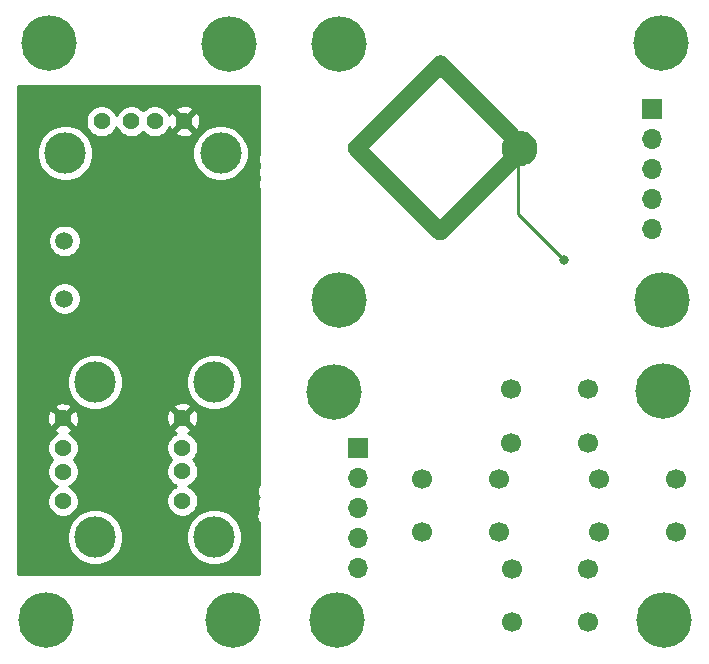
<source format=gbl>
%TF.GenerationSoftware,KiCad,Pcbnew,(5.1.9)-1*%
%TF.CreationDate,2021-07-20T01:30:18-07:00*%
%TF.ProjectId,retrocution-usb-hub,72657472-6f63-4757-9469-6f6e2d757362,rev?*%
%TF.SameCoordinates,Original*%
%TF.FileFunction,Copper,L2,Bot*%
%TF.FilePolarity,Positive*%
%FSLAX46Y46*%
G04 Gerber Fmt 4.6, Leading zero omitted, Abs format (unit mm)*
G04 Created by KiCad (PCBNEW (5.1.9)-1) date 2021-07-20 01:30:18*
%MOMM*%
%LPD*%
G01*
G04 APERTURE LIST*
%TA.AperFunction,ComponentPad*%
%ADD10C,3.100000*%
%TD*%
%TA.AperFunction,ConnectorPad*%
%ADD11C,4.700000*%
%TD*%
%TA.AperFunction,SMDPad,CuDef*%
%ADD12C,0.100000*%
%TD*%
%TA.AperFunction,ComponentPad*%
%ADD13C,0.410000*%
%TD*%
%TA.AperFunction,ComponentPad*%
%ADD14C,1.700000*%
%TD*%
%TA.AperFunction,ComponentPad*%
%ADD15O,1.700000X1.700000*%
%TD*%
%TA.AperFunction,ComponentPad*%
%ADD16R,1.700000X1.700000*%
%TD*%
%TA.AperFunction,ComponentPad*%
%ADD17C,1.500000*%
%TD*%
%TA.AperFunction,ComponentPad*%
%ADD18C,1.431000*%
%TD*%
%TA.AperFunction,ComponentPad*%
%ADD19C,3.495000*%
%TD*%
%TA.AperFunction,ViaPad*%
%ADD20C,0.800000*%
%TD*%
%TA.AperFunction,Conductor*%
%ADD21C,0.250000*%
%TD*%
%TA.AperFunction,Conductor*%
%ADD22C,0.254000*%
%TD*%
%TA.AperFunction,Conductor*%
%ADD23C,0.100000*%
%TD*%
G04 APERTURE END LIST*
D10*
%TO.P,REF\u002A\u002A,1*%
%TO.N,N/C*%
X131500880Y-79298800D03*
D11*
X131500880Y-79298800D03*
%TD*%
D10*
%TO.P,REF\u002A\u002A,1*%
%TO.N,N/C*%
X146776440Y-79324200D03*
D11*
X146776440Y-79324200D03*
%TD*%
D10*
%TO.P,REF\u002A\u002A,1*%
%TO.N,N/C*%
X156052520Y-79354680D03*
D11*
X156052520Y-79354680D03*
%TD*%
D10*
%TO.P,REF\u002A\u002A,1*%
%TO.N,N/C*%
X183388000Y-100980240D03*
D11*
X183388000Y-100980240D03*
%TD*%
D10*
%TO.P,REF\u002A\u002A,1*%
%TO.N,N/C*%
X183311800Y-79298800D03*
D11*
X183311800Y-79298800D03*
%TD*%
D10*
%TO.P,REF\u002A\u002A,1*%
%TO.N,N/C*%
X156072840Y-100980240D03*
D11*
X156072840Y-100980240D03*
%TD*%
%TO.P,REF\u002A\u002A,1*%
%TO.N,N/C*%
X155864560Y-128107440D03*
D10*
X155864560Y-128107440D03*
%TD*%
%TO.P,REF\u002A\u002A,1*%
%TO.N,N/C*%
X155666440Y-108818680D03*
D11*
X155666440Y-108818680D03*
%TD*%
D10*
%TO.P,REF\u002A\u002A,1*%
%TO.N,N/C*%
X183499760Y-108747560D03*
D11*
X183499760Y-108747560D03*
%TD*%
%TO.P,REF\u002A\u002A,1*%
%TO.N,N/C*%
X183591200Y-128102360D03*
D10*
X183591200Y-128102360D03*
%TD*%
%TO.P,REF\u002A\u002A,1*%
%TO.N,N/C*%
X147101560Y-128148080D03*
D11*
X147101560Y-128148080D03*
%TD*%
%TO.P,REF\u002A\u002A,1*%
%TO.N,N/C*%
X131226560Y-128127760D03*
D10*
X131226560Y-128127760D03*
%TD*%
%TA.AperFunction,SMDPad,CuDef*%
D12*
%TO.P,U1,*%
%TO.N,Net-(J4-Pad5)*%
G36*
X164642949Y-80301541D02*
G01*
X164645574Y-80301440D01*
X164679610Y-80303463D01*
X164713512Y-80305240D01*
X164716100Y-80305631D01*
X164718719Y-80305787D01*
X164752255Y-80311099D01*
X164785963Y-80316196D01*
X164788516Y-80316842D01*
X164791092Y-80317250D01*
X164823956Y-80325810D01*
X164856999Y-80334171D01*
X164859462Y-80335058D01*
X164862001Y-80335719D01*
X164893961Y-80347478D01*
X164925942Y-80358992D01*
X164928308Y-80360116D01*
X164930769Y-80361021D01*
X164961377Y-80375818D01*
X164992133Y-80390422D01*
X164994383Y-80391774D01*
X164996739Y-80392913D01*
X165025759Y-80410627D01*
X165054941Y-80428162D01*
X165057045Y-80429724D01*
X165059282Y-80431090D01*
X165086419Y-80451539D01*
X165113768Y-80471850D01*
X165115714Y-80473615D01*
X165117802Y-80475188D01*
X165142841Y-80498212D01*
X165168050Y-80521070D01*
X171337587Y-86690607D01*
X171416922Y-86690607D01*
X171563416Y-86705035D01*
X171707790Y-86733753D01*
X171848655Y-86776484D01*
X171984653Y-86832816D01*
X172114474Y-86902207D01*
X172236869Y-86983989D01*
X172350658Y-87077373D01*
X172454747Y-87181462D01*
X172548131Y-87295251D01*
X172629913Y-87417646D01*
X172699304Y-87547467D01*
X172755636Y-87683465D01*
X172798367Y-87824330D01*
X172827085Y-87968704D01*
X172841513Y-88115198D01*
X172841513Y-88262402D01*
X172827085Y-88408896D01*
X172798367Y-88553270D01*
X172755636Y-88694135D01*
X172699304Y-88830133D01*
X172629913Y-88959954D01*
X172548131Y-89082349D01*
X172454747Y-89196138D01*
X172350658Y-89300227D01*
X172236869Y-89393611D01*
X172114474Y-89475393D01*
X171984653Y-89544784D01*
X171848655Y-89601116D01*
X171707790Y-89643847D01*
X171563416Y-89672565D01*
X171416922Y-89686993D01*
X171269718Y-89686993D01*
X171239011Y-89683969D01*
X165168050Y-95754930D01*
X165164595Y-95758338D01*
X165164335Y-95758620D01*
X165164049Y-95758875D01*
X165160594Y-95762283D01*
X165135024Y-95784827D01*
X165109710Y-95807459D01*
X165107606Y-95808999D01*
X165105630Y-95810741D01*
X165077939Y-95830712D01*
X165050581Y-95850735D01*
X165048329Y-95852067D01*
X165046199Y-95853603D01*
X165016806Y-95870710D01*
X164987510Y-95888036D01*
X164985129Y-95889146D01*
X164982870Y-95890461D01*
X164951959Y-95904614D01*
X164921100Y-95919003D01*
X164918631Y-95919872D01*
X164916247Y-95920964D01*
X164884067Y-95932044D01*
X164851986Y-95943342D01*
X164849441Y-95943967D01*
X164846964Y-95944820D01*
X164813948Y-95952685D01*
X164780827Y-95960821D01*
X164778222Y-95961196D01*
X164775684Y-95961801D01*
X164742098Y-95966402D01*
X164708301Y-95971272D01*
X164705676Y-95971391D01*
X164703086Y-95971746D01*
X164669097Y-95973052D01*
X164635102Y-95974596D01*
X164632491Y-95974459D01*
X164629866Y-95974560D01*
X164595830Y-95972537D01*
X164561928Y-95970760D01*
X164559340Y-95970369D01*
X164556721Y-95970213D01*
X164523185Y-95964901D01*
X164489477Y-95959804D01*
X164486924Y-95959158D01*
X164484348Y-95958750D01*
X164451546Y-95950206D01*
X164418441Y-95941829D01*
X164415969Y-95940939D01*
X164413439Y-95940280D01*
X164381568Y-95928554D01*
X164349498Y-95917008D01*
X164347128Y-95915883D01*
X164344672Y-95914979D01*
X164314093Y-95900196D01*
X164283307Y-95885578D01*
X164281056Y-95884226D01*
X164278701Y-95883087D01*
X164249681Y-95865373D01*
X164220499Y-95847838D01*
X164218395Y-95846276D01*
X164216158Y-95844910D01*
X164189021Y-95824461D01*
X164161672Y-95804150D01*
X164159726Y-95802385D01*
X164157638Y-95800812D01*
X164132599Y-95777788D01*
X164107390Y-95754930D01*
X157020790Y-88668330D01*
X157017382Y-88664875D01*
X157017100Y-88664615D01*
X157016845Y-88664329D01*
X157013437Y-88660874D01*
X156990893Y-88635304D01*
X156968261Y-88609990D01*
X156966721Y-88607886D01*
X156964979Y-88605910D01*
X156945008Y-88578219D01*
X156924985Y-88550861D01*
X156923653Y-88548609D01*
X156922117Y-88546479D01*
X156905010Y-88517086D01*
X156887684Y-88487790D01*
X156886574Y-88485409D01*
X156885259Y-88483150D01*
X156871106Y-88452239D01*
X156856717Y-88421380D01*
X156855848Y-88418911D01*
X156854756Y-88416527D01*
X156843676Y-88384347D01*
X156832378Y-88352266D01*
X156831753Y-88349721D01*
X156830900Y-88347244D01*
X156823013Y-88314138D01*
X156814900Y-88281106D01*
X156814526Y-88278514D01*
X156813919Y-88275964D01*
X156809308Y-88242303D01*
X156804448Y-88208581D01*
X156804329Y-88205956D01*
X156803974Y-88203366D01*
X156802668Y-88169377D01*
X156801243Y-88138000D01*
X158611780Y-88138000D01*
X164637720Y-94163940D01*
X169982706Y-88818954D01*
X169931004Y-88694135D01*
X169888273Y-88553270D01*
X169859555Y-88408896D01*
X169845127Y-88262402D01*
X169845127Y-88115198D01*
X169859555Y-87968704D01*
X169888273Y-87824330D01*
X169931004Y-87683465D01*
X169987336Y-87547467D01*
X170017219Y-87491559D01*
X164637720Y-82112060D01*
X158611780Y-88138000D01*
X156801243Y-88138000D01*
X156801124Y-88135382D01*
X156801261Y-88132771D01*
X156801160Y-88130146D01*
X156803183Y-88096110D01*
X156804960Y-88062208D01*
X156805351Y-88059620D01*
X156805507Y-88057001D01*
X156810819Y-88023465D01*
X156815916Y-87989757D01*
X156816562Y-87987204D01*
X156816970Y-87984628D01*
X156825514Y-87951826D01*
X156833891Y-87918721D01*
X156834781Y-87916249D01*
X156835440Y-87913719D01*
X156847166Y-87881848D01*
X156858712Y-87849778D01*
X156859837Y-87847408D01*
X156860741Y-87844952D01*
X156875524Y-87814373D01*
X156890142Y-87783587D01*
X156891494Y-87781336D01*
X156892633Y-87778981D01*
X156910347Y-87749961D01*
X156927882Y-87720779D01*
X156929444Y-87718675D01*
X156930810Y-87716438D01*
X156951259Y-87689301D01*
X156971570Y-87661952D01*
X156973335Y-87660006D01*
X156974908Y-87657918D01*
X156997932Y-87632879D01*
X157020790Y-87607670D01*
X164107390Y-80521070D01*
X164110845Y-80517662D01*
X164111105Y-80517380D01*
X164111391Y-80517125D01*
X164114846Y-80513717D01*
X164140384Y-80491203D01*
X164165730Y-80468541D01*
X164167840Y-80466997D01*
X164169811Y-80465259D01*
X164197465Y-80445314D01*
X164224859Y-80425265D01*
X164227111Y-80423933D01*
X164229241Y-80422397D01*
X164258634Y-80405290D01*
X164287930Y-80387964D01*
X164290311Y-80386854D01*
X164292570Y-80385539D01*
X164323511Y-80371373D01*
X164354340Y-80356997D01*
X164356804Y-80356129D01*
X164359194Y-80355035D01*
X164391397Y-80343947D01*
X164423454Y-80332658D01*
X164426002Y-80332032D01*
X164428477Y-80331180D01*
X164461549Y-80323301D01*
X164494614Y-80315180D01*
X164497209Y-80314806D01*
X164499757Y-80314199D01*
X164533407Y-80309589D01*
X164567139Y-80304728D01*
X164569764Y-80304609D01*
X164572354Y-80304254D01*
X164606343Y-80302948D01*
X164640338Y-80301404D01*
X164642949Y-80301541D01*
G37*
%TD.AperFunction*%
D13*
X171749720Y-88163400D03*
X164637720Y-95351600D03*
X157525720Y-88138000D03*
X164637720Y-81051400D03*
%TD*%
D14*
%TO.P,SW4,4*%
%TO.N,Net-(SW4-Pad4)*%
X177172760Y-128274200D03*
%TO.P,SW4,3*%
%TO.N,Net-(J5-Pad3)*%
X170672760Y-128274200D03*
%TO.P,SW4,2*%
%TO.N,Net-(J5-Pad5)*%
X177172760Y-123774200D03*
%TO.P,SW4,1*%
%TO.N,Net-(SW4-Pad1)*%
X170672760Y-123774200D03*
%TD*%
%TO.P,SW3,1*%
%TO.N,Net-(SW3-Pad1)*%
X178104800Y-116199920D03*
%TO.P,SW3,2*%
%TO.N,Net-(J5-Pad5)*%
X184604800Y-116199920D03*
%TO.P,SW3,3*%
%TO.N,Net-(J5-Pad4)*%
X178104800Y-120699920D03*
%TO.P,SW3,4*%
%TO.N,Net-(SW3-Pad4)*%
X184604800Y-120699920D03*
%TD*%
%TO.P,SW2,4*%
%TO.N,Net-(SW2-Pad4)*%
X177121960Y-113095160D03*
%TO.P,SW2,3*%
%TO.N,Net-(J5-Pad1)*%
X170621960Y-113095160D03*
%TO.P,SW2,2*%
%TO.N,Net-(J5-Pad5)*%
X177121960Y-108595160D03*
%TO.P,SW2,1*%
%TO.N,Net-(SW2-Pad1)*%
X170621960Y-108595160D03*
%TD*%
%TO.P,SW1,1*%
%TO.N,Net-(SW1-Pad1)*%
X169585640Y-120685560D03*
%TO.P,SW1,2*%
%TO.N,Net-(J5-Pad5)*%
X163085640Y-120685560D03*
%TO.P,SW1,3*%
%TO.N,Net-(J5-Pad2)*%
X169585640Y-116185560D03*
%TO.P,SW1,4*%
%TO.N,Net-(SW1-Pad4)*%
X163085640Y-116185560D03*
%TD*%
D15*
%TO.P,J5,5*%
%TO.N,Net-(J5-Pad5)*%
X157652720Y-123667520D03*
%TO.P,J5,4*%
%TO.N,Net-(J5-Pad4)*%
X157652720Y-121127520D03*
%TO.P,J5,3*%
%TO.N,Net-(J5-Pad3)*%
X157652720Y-118587520D03*
%TO.P,J5,2*%
%TO.N,Net-(J5-Pad2)*%
X157652720Y-116047520D03*
D16*
%TO.P,J5,1*%
%TO.N,Net-(J5-Pad1)*%
X157652720Y-113507520D03*
%TD*%
D15*
%TO.P,J4,5*%
%TO.N,Net-(J4-Pad5)*%
X182595520Y-95031560D03*
%TO.P,J4,4*%
%TO.N,Net-(J4-Pad4)*%
X182595520Y-92491560D03*
%TO.P,J4,3*%
%TO.N,Net-(J4-Pad3)*%
X182595520Y-89951560D03*
%TO.P,J4,2*%
%TO.N,Net-(J4-Pad2)*%
X182595520Y-87411560D03*
D16*
%TO.P,J4,1*%
%TO.N,Net-(J4-Pad1)*%
X182595520Y-84871560D03*
%TD*%
D17*
%TO.P,Y1,2*%
%TO.N,Net-(IC1-Pad2)*%
X132816600Y-100892000D03*
%TO.P,Y1,1*%
%TO.N,Net-(IC1-Pad3)*%
X132816600Y-96012000D03*
%TD*%
D18*
%TO.P,J3,1*%
%TO.N,GND*%
X135957720Y-85880120D03*
%TO.P,J3,2*%
%TO.N,Net-(IC1-Pad16)*%
X138457720Y-85880120D03*
%TO.P,J3,3*%
%TO.N,Net-(IC1-Pad15)*%
X140457720Y-85880120D03*
%TO.P,J3,4*%
%TO.N,+5V*%
X142957720Y-85880120D03*
D19*
%TO.P,J3,MH1*%
%TO.N,Net-(J3-PadMH1)*%
X132887720Y-88590120D03*
%TO.P,J3,MH2*%
%TO.N,Net-(J3-PadMH2)*%
X146027720Y-88590120D03*
%TD*%
D18*
%TO.P,J2,1*%
%TO.N,GND*%
X142788640Y-118022760D03*
%TO.P,J2,2*%
%TO.N,Net-(IC1-Pad9)*%
X142788640Y-115522760D03*
%TO.P,J2,3*%
%TO.N,Net-(IC1-Pad8)*%
X142788640Y-113522760D03*
%TO.P,J2,4*%
%TO.N,+5V*%
X142788640Y-111022760D03*
D19*
%TO.P,J2,MH1*%
%TO.N,Net-(J2-PadMH1)*%
X145498640Y-121092760D03*
%TO.P,J2,MH2*%
%TO.N,Net-(J2-PadMH2)*%
X145498640Y-107952760D03*
%TD*%
D18*
%TO.P,J1,1*%
%TO.N,GND*%
X132689600Y-118043960D03*
%TO.P,J1,2*%
%TO.N,Net-(IC1-Pad5)*%
X132689600Y-115543960D03*
%TO.P,J1,3*%
%TO.N,Net-(IC1-Pad4)*%
X132689600Y-113543960D03*
%TO.P,J1,4*%
%TO.N,+5V*%
X132689600Y-111043960D03*
D19*
%TO.P,J1,MH1*%
%TO.N,Net-(J1-PadMH1)*%
X135399600Y-121113960D03*
%TO.P,J1,MH2*%
%TO.N,Net-(J1-PadMH2)*%
X135399600Y-107973960D03*
%TD*%
D20*
%TO.N,Net-(J4-Pad5)*%
X175148240Y-97627440D03*
%TD*%
D21*
%TO.N,Net-(J4-Pad5)*%
X171219719Y-93698919D02*
X171219719Y-88188800D01*
X175148240Y-97627440D02*
X171219719Y-93698919D01*
%TD*%
D22*
%TO.N,+5V*%
X149326600Y-88620210D02*
X149294163Y-88668755D01*
X149227450Y-88829815D01*
X149193440Y-89000795D01*
X149193440Y-89175125D01*
X149227450Y-89346105D01*
X149294163Y-89507165D01*
X149326600Y-89555710D01*
X149326600Y-89687010D01*
X149294163Y-89735555D01*
X149227450Y-89896615D01*
X149193440Y-90067595D01*
X149193440Y-90241925D01*
X149227450Y-90412905D01*
X149294163Y-90573965D01*
X149326600Y-90622510D01*
X149326600Y-90690396D01*
X149268763Y-90776955D01*
X149202050Y-90938015D01*
X149168040Y-91108995D01*
X149168040Y-91283325D01*
X149202050Y-91454305D01*
X149268763Y-91615365D01*
X149326600Y-91701924D01*
X149326600Y-116553621D01*
X149274176Y-116606045D01*
X149177323Y-116750995D01*
X149110610Y-116912055D01*
X149076600Y-117083035D01*
X149076600Y-117257365D01*
X149110610Y-117428345D01*
X149177323Y-117589405D01*
X149253626Y-117703600D01*
X149177323Y-117817795D01*
X149110610Y-117978855D01*
X149076600Y-118149835D01*
X149076600Y-118324165D01*
X149110610Y-118495145D01*
X149177323Y-118656205D01*
X149232440Y-118738693D01*
X149151923Y-118859195D01*
X149085210Y-119020255D01*
X149051200Y-119191235D01*
X149051200Y-119365565D01*
X149085210Y-119536545D01*
X149151923Y-119697605D01*
X149248776Y-119842555D01*
X149326600Y-119920379D01*
X149326600Y-124256800D01*
X128915160Y-124256800D01*
X128915160Y-120879304D01*
X133017100Y-120879304D01*
X133017100Y-121348616D01*
X133108658Y-121808910D01*
X133288256Y-122242497D01*
X133548991Y-122632715D01*
X133880845Y-122964569D01*
X134271063Y-123225304D01*
X134704650Y-123404902D01*
X135164944Y-123496460D01*
X135634256Y-123496460D01*
X136094550Y-123404902D01*
X136528137Y-123225304D01*
X136918355Y-122964569D01*
X137250209Y-122632715D01*
X137510944Y-122242497D01*
X137690542Y-121808910D01*
X137782100Y-121348616D01*
X137782100Y-120879304D01*
X137777884Y-120858104D01*
X143116140Y-120858104D01*
X143116140Y-121327416D01*
X143207698Y-121787710D01*
X143387296Y-122221297D01*
X143648031Y-122611515D01*
X143979885Y-122943369D01*
X144370103Y-123204104D01*
X144803690Y-123383702D01*
X145263984Y-123475260D01*
X145733296Y-123475260D01*
X146193590Y-123383702D01*
X146627177Y-123204104D01*
X147017395Y-122943369D01*
X147349249Y-122611515D01*
X147609984Y-122221297D01*
X147789582Y-121787710D01*
X147881140Y-121327416D01*
X147881140Y-120858104D01*
X147789582Y-120397810D01*
X147609984Y-119964223D01*
X147349249Y-119574005D01*
X147017395Y-119242151D01*
X146627177Y-118981416D01*
X146193590Y-118801818D01*
X145733296Y-118710260D01*
X145263984Y-118710260D01*
X144803690Y-118801818D01*
X144370103Y-118981416D01*
X143979885Y-119242151D01*
X143648031Y-119574005D01*
X143387296Y-119964223D01*
X143207698Y-120397810D01*
X143116140Y-120858104D01*
X137777884Y-120858104D01*
X137690542Y-120419010D01*
X137510944Y-119985423D01*
X137250209Y-119595205D01*
X136918355Y-119263351D01*
X136528137Y-119002616D01*
X136094550Y-118823018D01*
X135634256Y-118731460D01*
X135164944Y-118731460D01*
X134704650Y-118823018D01*
X134271063Y-119002616D01*
X133880845Y-119263351D01*
X133548991Y-119595205D01*
X133288256Y-119985423D01*
X133108658Y-120419010D01*
X133017100Y-120879304D01*
X128915160Y-120879304D01*
X128915160Y-113410947D01*
X131339100Y-113410947D01*
X131339100Y-113676973D01*
X131390999Y-113937886D01*
X131492803Y-114183661D01*
X131640599Y-114404853D01*
X131779706Y-114543960D01*
X131640599Y-114683067D01*
X131492803Y-114904259D01*
X131390999Y-115150034D01*
X131339100Y-115410947D01*
X131339100Y-115676973D01*
X131390999Y-115937886D01*
X131492803Y-116183661D01*
X131640599Y-116404853D01*
X131828707Y-116592961D01*
X132049899Y-116740757D01*
X132178342Y-116793960D01*
X132049899Y-116847163D01*
X131828707Y-116994959D01*
X131640599Y-117183067D01*
X131492803Y-117404259D01*
X131390999Y-117650034D01*
X131339100Y-117910947D01*
X131339100Y-118176973D01*
X131390999Y-118437886D01*
X131492803Y-118683661D01*
X131640599Y-118904853D01*
X131828707Y-119092961D01*
X132049899Y-119240757D01*
X132295674Y-119342561D01*
X132556587Y-119394460D01*
X132822613Y-119394460D01*
X133083526Y-119342561D01*
X133329301Y-119240757D01*
X133550493Y-119092961D01*
X133738601Y-118904853D01*
X133886397Y-118683661D01*
X133988201Y-118437886D01*
X134040100Y-118176973D01*
X134040100Y-117910947D01*
X133988201Y-117650034D01*
X133886397Y-117404259D01*
X133738601Y-117183067D01*
X133550493Y-116994959D01*
X133329301Y-116847163D01*
X133200858Y-116793960D01*
X133329301Y-116740757D01*
X133550493Y-116592961D01*
X133738601Y-116404853D01*
X133886397Y-116183661D01*
X133988201Y-115937886D01*
X134040100Y-115676973D01*
X134040100Y-115410947D01*
X133988201Y-115150034D01*
X133886397Y-114904259D01*
X133738601Y-114683067D01*
X133599494Y-114543960D01*
X133738601Y-114404853D01*
X133886397Y-114183661D01*
X133988201Y-113937886D01*
X134040100Y-113676973D01*
X134040100Y-113410947D01*
X134035884Y-113389747D01*
X141438140Y-113389747D01*
X141438140Y-113655773D01*
X141490039Y-113916686D01*
X141591843Y-114162461D01*
X141739639Y-114383653D01*
X141878746Y-114522760D01*
X141739639Y-114661867D01*
X141591843Y-114883059D01*
X141490039Y-115128834D01*
X141438140Y-115389747D01*
X141438140Y-115655773D01*
X141490039Y-115916686D01*
X141591843Y-116162461D01*
X141739639Y-116383653D01*
X141927747Y-116571761D01*
X142148939Y-116719557D01*
X142277382Y-116772760D01*
X142148939Y-116825963D01*
X141927747Y-116973759D01*
X141739639Y-117161867D01*
X141591843Y-117383059D01*
X141490039Y-117628834D01*
X141438140Y-117889747D01*
X141438140Y-118155773D01*
X141490039Y-118416686D01*
X141591843Y-118662461D01*
X141739639Y-118883653D01*
X141927747Y-119071761D01*
X142148939Y-119219557D01*
X142394714Y-119321361D01*
X142655627Y-119373260D01*
X142921653Y-119373260D01*
X143182566Y-119321361D01*
X143428341Y-119219557D01*
X143649533Y-119071761D01*
X143837641Y-118883653D01*
X143985437Y-118662461D01*
X144087241Y-118416686D01*
X144139140Y-118155773D01*
X144139140Y-117889747D01*
X144087241Y-117628834D01*
X143985437Y-117383059D01*
X143837641Y-117161867D01*
X143649533Y-116973759D01*
X143428341Y-116825963D01*
X143299898Y-116772760D01*
X143428341Y-116719557D01*
X143649533Y-116571761D01*
X143837641Y-116383653D01*
X143985437Y-116162461D01*
X144087241Y-115916686D01*
X144139140Y-115655773D01*
X144139140Y-115389747D01*
X144087241Y-115128834D01*
X143985437Y-114883059D01*
X143837641Y-114661867D01*
X143698534Y-114522760D01*
X143837641Y-114383653D01*
X143985437Y-114162461D01*
X144087241Y-113916686D01*
X144139140Y-113655773D01*
X144139140Y-113389747D01*
X144087241Y-113128834D01*
X143985437Y-112883059D01*
X143837641Y-112661867D01*
X143649533Y-112473759D01*
X143428341Y-112325963D01*
X143301303Y-112273342D01*
X143375422Y-112246372D01*
X143480038Y-112190454D01*
X143541380Y-111955105D01*
X142788640Y-111202365D01*
X142035900Y-111955105D01*
X142097242Y-112190454D01*
X142275435Y-112273566D01*
X142148939Y-112325963D01*
X141927747Y-112473759D01*
X141739639Y-112661867D01*
X141591843Y-112883059D01*
X141490039Y-113128834D01*
X141438140Y-113389747D01*
X134035884Y-113389747D01*
X133988201Y-113150034D01*
X133886397Y-112904259D01*
X133738601Y-112683067D01*
X133550493Y-112494959D01*
X133329301Y-112347163D01*
X133202263Y-112294542D01*
X133276382Y-112267572D01*
X133380998Y-112211654D01*
X133442340Y-111976305D01*
X132689600Y-111223565D01*
X131936860Y-111976305D01*
X131998202Y-112211654D01*
X132176395Y-112294766D01*
X132049899Y-112347163D01*
X131828707Y-112494959D01*
X131640599Y-112683067D01*
X131492803Y-112904259D01*
X131390999Y-113150034D01*
X131339100Y-113410947D01*
X128915160Y-113410947D01*
X128915160Y-111117819D01*
X131334578Y-111117819D01*
X131375023Y-111380752D01*
X131465988Y-111630742D01*
X131521906Y-111735358D01*
X131757255Y-111796700D01*
X132509995Y-111043960D01*
X132869205Y-111043960D01*
X133621945Y-111796700D01*
X133857294Y-111735358D01*
X133969743Y-111494268D01*
X134032995Y-111235872D01*
X134039087Y-111096619D01*
X141433618Y-111096619D01*
X141474063Y-111359552D01*
X141565028Y-111609542D01*
X141620946Y-111714158D01*
X141856295Y-111775500D01*
X142609035Y-111022760D01*
X142968245Y-111022760D01*
X143720985Y-111775500D01*
X143956334Y-111714158D01*
X144068783Y-111473068D01*
X144132035Y-111214672D01*
X144143662Y-110948901D01*
X144103217Y-110685968D01*
X144012252Y-110435978D01*
X143956334Y-110331362D01*
X143720985Y-110270020D01*
X142968245Y-111022760D01*
X142609035Y-111022760D01*
X141856295Y-110270020D01*
X141620946Y-110331362D01*
X141508497Y-110572452D01*
X141445245Y-110830848D01*
X141433618Y-111096619D01*
X134039087Y-111096619D01*
X134044622Y-110970101D01*
X134004177Y-110707168D01*
X133913212Y-110457178D01*
X133857294Y-110352562D01*
X133621945Y-110291220D01*
X132869205Y-111043960D01*
X132509995Y-111043960D01*
X131757255Y-110291220D01*
X131521906Y-110352562D01*
X131409457Y-110593652D01*
X131346205Y-110852048D01*
X131334578Y-111117819D01*
X128915160Y-111117819D01*
X128915160Y-110111615D01*
X131936860Y-110111615D01*
X132689600Y-110864355D01*
X133442340Y-110111615D01*
X133380998Y-109876266D01*
X133139908Y-109763817D01*
X132881512Y-109700565D01*
X132615741Y-109688938D01*
X132352808Y-109729383D01*
X132102818Y-109820348D01*
X131998202Y-109876266D01*
X131936860Y-110111615D01*
X128915160Y-110111615D01*
X128915160Y-107739304D01*
X133017100Y-107739304D01*
X133017100Y-108208616D01*
X133108658Y-108668910D01*
X133288256Y-109102497D01*
X133548991Y-109492715D01*
X133880845Y-109824569D01*
X134271063Y-110085304D01*
X134704650Y-110264902D01*
X135164944Y-110356460D01*
X135634256Y-110356460D01*
X136094550Y-110264902D01*
X136515797Y-110090415D01*
X142035900Y-110090415D01*
X142788640Y-110843155D01*
X143541380Y-110090415D01*
X143480038Y-109855066D01*
X143238948Y-109742617D01*
X142980552Y-109679365D01*
X142714781Y-109667738D01*
X142451848Y-109708183D01*
X142201858Y-109799148D01*
X142097242Y-109855066D01*
X142035900Y-110090415D01*
X136515797Y-110090415D01*
X136528137Y-110085304D01*
X136918355Y-109824569D01*
X137250209Y-109492715D01*
X137510944Y-109102497D01*
X137690542Y-108668910D01*
X137782100Y-108208616D01*
X137782100Y-107739304D01*
X137777884Y-107718104D01*
X143116140Y-107718104D01*
X143116140Y-108187416D01*
X143207698Y-108647710D01*
X143387296Y-109081297D01*
X143648031Y-109471515D01*
X143979885Y-109803369D01*
X144370103Y-110064104D01*
X144803690Y-110243702D01*
X145263984Y-110335260D01*
X145733296Y-110335260D01*
X146193590Y-110243702D01*
X146627177Y-110064104D01*
X147017395Y-109803369D01*
X147349249Y-109471515D01*
X147609984Y-109081297D01*
X147789582Y-108647710D01*
X147881140Y-108187416D01*
X147881140Y-107718104D01*
X147789582Y-107257810D01*
X147609984Y-106824223D01*
X147349249Y-106434005D01*
X147017395Y-106102151D01*
X146627177Y-105841416D01*
X146193590Y-105661818D01*
X145733296Y-105570260D01*
X145263984Y-105570260D01*
X144803690Y-105661818D01*
X144370103Y-105841416D01*
X143979885Y-106102151D01*
X143648031Y-106434005D01*
X143387296Y-106824223D01*
X143207698Y-107257810D01*
X143116140Y-107718104D01*
X137777884Y-107718104D01*
X137690542Y-107279010D01*
X137510944Y-106845423D01*
X137250209Y-106455205D01*
X136918355Y-106123351D01*
X136528137Y-105862616D01*
X136094550Y-105683018D01*
X135634256Y-105591460D01*
X135164944Y-105591460D01*
X134704650Y-105683018D01*
X134271063Y-105862616D01*
X133880845Y-106123351D01*
X133548991Y-106455205D01*
X133288256Y-106845423D01*
X133108658Y-107279010D01*
X133017100Y-107739304D01*
X128915160Y-107739304D01*
X128915160Y-100755589D01*
X131431600Y-100755589D01*
X131431600Y-101028411D01*
X131484825Y-101295989D01*
X131589229Y-101548043D01*
X131740801Y-101774886D01*
X131933714Y-101967799D01*
X132160557Y-102119371D01*
X132412611Y-102223775D01*
X132680189Y-102277000D01*
X132953011Y-102277000D01*
X133220589Y-102223775D01*
X133472643Y-102119371D01*
X133699486Y-101967799D01*
X133892399Y-101774886D01*
X134043971Y-101548043D01*
X134148375Y-101295989D01*
X134201600Y-101028411D01*
X134201600Y-100755589D01*
X134148375Y-100488011D01*
X134043971Y-100235957D01*
X133892399Y-100009114D01*
X133699486Y-99816201D01*
X133472643Y-99664629D01*
X133220589Y-99560225D01*
X132953011Y-99507000D01*
X132680189Y-99507000D01*
X132412611Y-99560225D01*
X132160557Y-99664629D01*
X131933714Y-99816201D01*
X131740801Y-100009114D01*
X131589229Y-100235957D01*
X131484825Y-100488011D01*
X131431600Y-100755589D01*
X128915160Y-100755589D01*
X128915160Y-95875589D01*
X131431600Y-95875589D01*
X131431600Y-96148411D01*
X131484825Y-96415989D01*
X131589229Y-96668043D01*
X131740801Y-96894886D01*
X131933714Y-97087799D01*
X132160557Y-97239371D01*
X132412611Y-97343775D01*
X132680189Y-97397000D01*
X132953011Y-97397000D01*
X133220589Y-97343775D01*
X133472643Y-97239371D01*
X133699486Y-97087799D01*
X133892399Y-96894886D01*
X134043971Y-96668043D01*
X134148375Y-96415989D01*
X134201600Y-96148411D01*
X134201600Y-95875589D01*
X134148375Y-95608011D01*
X134043971Y-95355957D01*
X133892399Y-95129114D01*
X133699486Y-94936201D01*
X133472643Y-94784629D01*
X133220589Y-94680225D01*
X132953011Y-94627000D01*
X132680189Y-94627000D01*
X132412611Y-94680225D01*
X132160557Y-94784629D01*
X131933714Y-94936201D01*
X131740801Y-95129114D01*
X131589229Y-95355957D01*
X131484825Y-95608011D01*
X131431600Y-95875589D01*
X128915160Y-95875589D01*
X128915160Y-88355464D01*
X130505220Y-88355464D01*
X130505220Y-88824776D01*
X130596778Y-89285070D01*
X130776376Y-89718657D01*
X131037111Y-90108875D01*
X131368965Y-90440729D01*
X131759183Y-90701464D01*
X132192770Y-90881062D01*
X132653064Y-90972620D01*
X133122376Y-90972620D01*
X133582670Y-90881062D01*
X134016257Y-90701464D01*
X134406475Y-90440729D01*
X134738329Y-90108875D01*
X134999064Y-89718657D01*
X135178662Y-89285070D01*
X135270220Y-88824776D01*
X135270220Y-88355464D01*
X143645220Y-88355464D01*
X143645220Y-88824776D01*
X143736778Y-89285070D01*
X143916376Y-89718657D01*
X144177111Y-90108875D01*
X144508965Y-90440729D01*
X144899183Y-90701464D01*
X145332770Y-90881062D01*
X145793064Y-90972620D01*
X146262376Y-90972620D01*
X146722670Y-90881062D01*
X147156257Y-90701464D01*
X147546475Y-90440729D01*
X147878329Y-90108875D01*
X148139064Y-89718657D01*
X148318662Y-89285070D01*
X148410220Y-88824776D01*
X148410220Y-88355464D01*
X148318662Y-87895170D01*
X148139064Y-87461583D01*
X147878329Y-87071365D01*
X147546475Y-86739511D01*
X147156257Y-86478776D01*
X146722670Y-86299178D01*
X146262376Y-86207620D01*
X145793064Y-86207620D01*
X145332770Y-86299178D01*
X144899183Y-86478776D01*
X144508965Y-86739511D01*
X144177111Y-87071365D01*
X143916376Y-87461583D01*
X143736778Y-87895170D01*
X143645220Y-88355464D01*
X135270220Y-88355464D01*
X135178662Y-87895170D01*
X134999064Y-87461583D01*
X134738329Y-87071365D01*
X134406475Y-86739511D01*
X134016257Y-86478776D01*
X133582670Y-86299178D01*
X133122376Y-86207620D01*
X132653064Y-86207620D01*
X132192770Y-86299178D01*
X131759183Y-86478776D01*
X131368965Y-86739511D01*
X131037111Y-87071365D01*
X130776376Y-87461583D01*
X130596778Y-87895170D01*
X130505220Y-88355464D01*
X128915160Y-88355464D01*
X128915160Y-85747107D01*
X134607220Y-85747107D01*
X134607220Y-86013133D01*
X134659119Y-86274046D01*
X134760923Y-86519821D01*
X134908719Y-86741013D01*
X135096827Y-86929121D01*
X135318019Y-87076917D01*
X135563794Y-87178721D01*
X135824707Y-87230620D01*
X136090733Y-87230620D01*
X136351646Y-87178721D01*
X136597421Y-87076917D01*
X136818613Y-86929121D01*
X137006721Y-86741013D01*
X137154517Y-86519821D01*
X137207720Y-86391378D01*
X137260923Y-86519821D01*
X137408719Y-86741013D01*
X137596827Y-86929121D01*
X137818019Y-87076917D01*
X138063794Y-87178721D01*
X138324707Y-87230620D01*
X138590733Y-87230620D01*
X138851646Y-87178721D01*
X139097421Y-87076917D01*
X139318613Y-86929121D01*
X139457720Y-86790014D01*
X139596827Y-86929121D01*
X139818019Y-87076917D01*
X140063794Y-87178721D01*
X140324707Y-87230620D01*
X140590733Y-87230620D01*
X140851646Y-87178721D01*
X141097421Y-87076917D01*
X141318613Y-86929121D01*
X141435269Y-86812465D01*
X142204980Y-86812465D01*
X142266322Y-87047814D01*
X142507412Y-87160263D01*
X142765808Y-87223515D01*
X143031579Y-87235142D01*
X143294512Y-87194697D01*
X143544502Y-87103732D01*
X143649118Y-87047814D01*
X143710460Y-86812465D01*
X142957720Y-86059725D01*
X142204980Y-86812465D01*
X141435269Y-86812465D01*
X141506721Y-86741013D01*
X141654517Y-86519821D01*
X141707138Y-86392783D01*
X141734108Y-86466902D01*
X141790026Y-86571518D01*
X142025375Y-86632860D01*
X142778115Y-85880120D01*
X143137325Y-85880120D01*
X143890065Y-86632860D01*
X144125414Y-86571518D01*
X144237863Y-86330428D01*
X144301115Y-86072032D01*
X144312742Y-85806261D01*
X144272297Y-85543328D01*
X144181332Y-85293338D01*
X144125414Y-85188722D01*
X143890065Y-85127380D01*
X143137325Y-85880120D01*
X142778115Y-85880120D01*
X142025375Y-85127380D01*
X141790026Y-85188722D01*
X141706914Y-85366915D01*
X141654517Y-85240419D01*
X141506721Y-85019227D01*
X141435269Y-84947775D01*
X142204980Y-84947775D01*
X142957720Y-85700515D01*
X143710460Y-84947775D01*
X143649118Y-84712426D01*
X143408028Y-84599977D01*
X143149632Y-84536725D01*
X142883861Y-84525098D01*
X142620928Y-84565543D01*
X142370938Y-84656508D01*
X142266322Y-84712426D01*
X142204980Y-84947775D01*
X141435269Y-84947775D01*
X141318613Y-84831119D01*
X141097421Y-84683323D01*
X140851646Y-84581519D01*
X140590733Y-84529620D01*
X140324707Y-84529620D01*
X140063794Y-84581519D01*
X139818019Y-84683323D01*
X139596827Y-84831119D01*
X139457720Y-84970226D01*
X139318613Y-84831119D01*
X139097421Y-84683323D01*
X138851646Y-84581519D01*
X138590733Y-84529620D01*
X138324707Y-84529620D01*
X138063794Y-84581519D01*
X137818019Y-84683323D01*
X137596827Y-84831119D01*
X137408719Y-85019227D01*
X137260923Y-85240419D01*
X137207720Y-85368862D01*
X137154517Y-85240419D01*
X137006721Y-85019227D01*
X136818613Y-84831119D01*
X136597421Y-84683323D01*
X136351646Y-84581519D01*
X136090733Y-84529620D01*
X135824707Y-84529620D01*
X135563794Y-84581519D01*
X135318019Y-84683323D01*
X135096827Y-84831119D01*
X134908719Y-85019227D01*
X134760923Y-85240419D01*
X134659119Y-85486194D01*
X134607220Y-85747107D01*
X128915160Y-85747107D01*
X128915160Y-82900520D01*
X149326600Y-82900520D01*
X149326600Y-88620210D01*
%TA.AperFunction,Conductor*%
D23*
G36*
X149326600Y-88620210D02*
G01*
X149294163Y-88668755D01*
X149227450Y-88829815D01*
X149193440Y-89000795D01*
X149193440Y-89175125D01*
X149227450Y-89346105D01*
X149294163Y-89507165D01*
X149326600Y-89555710D01*
X149326600Y-89687010D01*
X149294163Y-89735555D01*
X149227450Y-89896615D01*
X149193440Y-90067595D01*
X149193440Y-90241925D01*
X149227450Y-90412905D01*
X149294163Y-90573965D01*
X149326600Y-90622510D01*
X149326600Y-90690396D01*
X149268763Y-90776955D01*
X149202050Y-90938015D01*
X149168040Y-91108995D01*
X149168040Y-91283325D01*
X149202050Y-91454305D01*
X149268763Y-91615365D01*
X149326600Y-91701924D01*
X149326600Y-116553621D01*
X149274176Y-116606045D01*
X149177323Y-116750995D01*
X149110610Y-116912055D01*
X149076600Y-117083035D01*
X149076600Y-117257365D01*
X149110610Y-117428345D01*
X149177323Y-117589405D01*
X149253626Y-117703600D01*
X149177323Y-117817795D01*
X149110610Y-117978855D01*
X149076600Y-118149835D01*
X149076600Y-118324165D01*
X149110610Y-118495145D01*
X149177323Y-118656205D01*
X149232440Y-118738693D01*
X149151923Y-118859195D01*
X149085210Y-119020255D01*
X149051200Y-119191235D01*
X149051200Y-119365565D01*
X149085210Y-119536545D01*
X149151923Y-119697605D01*
X149248776Y-119842555D01*
X149326600Y-119920379D01*
X149326600Y-124256800D01*
X128915160Y-124256800D01*
X128915160Y-120879304D01*
X133017100Y-120879304D01*
X133017100Y-121348616D01*
X133108658Y-121808910D01*
X133288256Y-122242497D01*
X133548991Y-122632715D01*
X133880845Y-122964569D01*
X134271063Y-123225304D01*
X134704650Y-123404902D01*
X135164944Y-123496460D01*
X135634256Y-123496460D01*
X136094550Y-123404902D01*
X136528137Y-123225304D01*
X136918355Y-122964569D01*
X137250209Y-122632715D01*
X137510944Y-122242497D01*
X137690542Y-121808910D01*
X137782100Y-121348616D01*
X137782100Y-120879304D01*
X137777884Y-120858104D01*
X143116140Y-120858104D01*
X143116140Y-121327416D01*
X143207698Y-121787710D01*
X143387296Y-122221297D01*
X143648031Y-122611515D01*
X143979885Y-122943369D01*
X144370103Y-123204104D01*
X144803690Y-123383702D01*
X145263984Y-123475260D01*
X145733296Y-123475260D01*
X146193590Y-123383702D01*
X146627177Y-123204104D01*
X147017395Y-122943369D01*
X147349249Y-122611515D01*
X147609984Y-122221297D01*
X147789582Y-121787710D01*
X147881140Y-121327416D01*
X147881140Y-120858104D01*
X147789582Y-120397810D01*
X147609984Y-119964223D01*
X147349249Y-119574005D01*
X147017395Y-119242151D01*
X146627177Y-118981416D01*
X146193590Y-118801818D01*
X145733296Y-118710260D01*
X145263984Y-118710260D01*
X144803690Y-118801818D01*
X144370103Y-118981416D01*
X143979885Y-119242151D01*
X143648031Y-119574005D01*
X143387296Y-119964223D01*
X143207698Y-120397810D01*
X143116140Y-120858104D01*
X137777884Y-120858104D01*
X137690542Y-120419010D01*
X137510944Y-119985423D01*
X137250209Y-119595205D01*
X136918355Y-119263351D01*
X136528137Y-119002616D01*
X136094550Y-118823018D01*
X135634256Y-118731460D01*
X135164944Y-118731460D01*
X134704650Y-118823018D01*
X134271063Y-119002616D01*
X133880845Y-119263351D01*
X133548991Y-119595205D01*
X133288256Y-119985423D01*
X133108658Y-120419010D01*
X133017100Y-120879304D01*
X128915160Y-120879304D01*
X128915160Y-113410947D01*
X131339100Y-113410947D01*
X131339100Y-113676973D01*
X131390999Y-113937886D01*
X131492803Y-114183661D01*
X131640599Y-114404853D01*
X131779706Y-114543960D01*
X131640599Y-114683067D01*
X131492803Y-114904259D01*
X131390999Y-115150034D01*
X131339100Y-115410947D01*
X131339100Y-115676973D01*
X131390999Y-115937886D01*
X131492803Y-116183661D01*
X131640599Y-116404853D01*
X131828707Y-116592961D01*
X132049899Y-116740757D01*
X132178342Y-116793960D01*
X132049899Y-116847163D01*
X131828707Y-116994959D01*
X131640599Y-117183067D01*
X131492803Y-117404259D01*
X131390999Y-117650034D01*
X131339100Y-117910947D01*
X131339100Y-118176973D01*
X131390999Y-118437886D01*
X131492803Y-118683661D01*
X131640599Y-118904853D01*
X131828707Y-119092961D01*
X132049899Y-119240757D01*
X132295674Y-119342561D01*
X132556587Y-119394460D01*
X132822613Y-119394460D01*
X133083526Y-119342561D01*
X133329301Y-119240757D01*
X133550493Y-119092961D01*
X133738601Y-118904853D01*
X133886397Y-118683661D01*
X133988201Y-118437886D01*
X134040100Y-118176973D01*
X134040100Y-117910947D01*
X133988201Y-117650034D01*
X133886397Y-117404259D01*
X133738601Y-117183067D01*
X133550493Y-116994959D01*
X133329301Y-116847163D01*
X133200858Y-116793960D01*
X133329301Y-116740757D01*
X133550493Y-116592961D01*
X133738601Y-116404853D01*
X133886397Y-116183661D01*
X133988201Y-115937886D01*
X134040100Y-115676973D01*
X134040100Y-115410947D01*
X133988201Y-115150034D01*
X133886397Y-114904259D01*
X133738601Y-114683067D01*
X133599494Y-114543960D01*
X133738601Y-114404853D01*
X133886397Y-114183661D01*
X133988201Y-113937886D01*
X134040100Y-113676973D01*
X134040100Y-113410947D01*
X134035884Y-113389747D01*
X141438140Y-113389747D01*
X141438140Y-113655773D01*
X141490039Y-113916686D01*
X141591843Y-114162461D01*
X141739639Y-114383653D01*
X141878746Y-114522760D01*
X141739639Y-114661867D01*
X141591843Y-114883059D01*
X141490039Y-115128834D01*
X141438140Y-115389747D01*
X141438140Y-115655773D01*
X141490039Y-115916686D01*
X141591843Y-116162461D01*
X141739639Y-116383653D01*
X141927747Y-116571761D01*
X142148939Y-116719557D01*
X142277382Y-116772760D01*
X142148939Y-116825963D01*
X141927747Y-116973759D01*
X141739639Y-117161867D01*
X141591843Y-117383059D01*
X141490039Y-117628834D01*
X141438140Y-117889747D01*
X141438140Y-118155773D01*
X141490039Y-118416686D01*
X141591843Y-118662461D01*
X141739639Y-118883653D01*
X141927747Y-119071761D01*
X142148939Y-119219557D01*
X142394714Y-119321361D01*
X142655627Y-119373260D01*
X142921653Y-119373260D01*
X143182566Y-119321361D01*
X143428341Y-119219557D01*
X143649533Y-119071761D01*
X143837641Y-118883653D01*
X143985437Y-118662461D01*
X144087241Y-118416686D01*
X144139140Y-118155773D01*
X144139140Y-117889747D01*
X144087241Y-117628834D01*
X143985437Y-117383059D01*
X143837641Y-117161867D01*
X143649533Y-116973759D01*
X143428341Y-116825963D01*
X143299898Y-116772760D01*
X143428341Y-116719557D01*
X143649533Y-116571761D01*
X143837641Y-116383653D01*
X143985437Y-116162461D01*
X144087241Y-115916686D01*
X144139140Y-115655773D01*
X144139140Y-115389747D01*
X144087241Y-115128834D01*
X143985437Y-114883059D01*
X143837641Y-114661867D01*
X143698534Y-114522760D01*
X143837641Y-114383653D01*
X143985437Y-114162461D01*
X144087241Y-113916686D01*
X144139140Y-113655773D01*
X144139140Y-113389747D01*
X144087241Y-113128834D01*
X143985437Y-112883059D01*
X143837641Y-112661867D01*
X143649533Y-112473759D01*
X143428341Y-112325963D01*
X143301303Y-112273342D01*
X143375422Y-112246372D01*
X143480038Y-112190454D01*
X143541380Y-111955105D01*
X142788640Y-111202365D01*
X142035900Y-111955105D01*
X142097242Y-112190454D01*
X142275435Y-112273566D01*
X142148939Y-112325963D01*
X141927747Y-112473759D01*
X141739639Y-112661867D01*
X141591843Y-112883059D01*
X141490039Y-113128834D01*
X141438140Y-113389747D01*
X134035884Y-113389747D01*
X133988201Y-113150034D01*
X133886397Y-112904259D01*
X133738601Y-112683067D01*
X133550493Y-112494959D01*
X133329301Y-112347163D01*
X133202263Y-112294542D01*
X133276382Y-112267572D01*
X133380998Y-112211654D01*
X133442340Y-111976305D01*
X132689600Y-111223565D01*
X131936860Y-111976305D01*
X131998202Y-112211654D01*
X132176395Y-112294766D01*
X132049899Y-112347163D01*
X131828707Y-112494959D01*
X131640599Y-112683067D01*
X131492803Y-112904259D01*
X131390999Y-113150034D01*
X131339100Y-113410947D01*
X128915160Y-113410947D01*
X128915160Y-111117819D01*
X131334578Y-111117819D01*
X131375023Y-111380752D01*
X131465988Y-111630742D01*
X131521906Y-111735358D01*
X131757255Y-111796700D01*
X132509995Y-111043960D01*
X132869205Y-111043960D01*
X133621945Y-111796700D01*
X133857294Y-111735358D01*
X133969743Y-111494268D01*
X134032995Y-111235872D01*
X134039087Y-111096619D01*
X141433618Y-111096619D01*
X141474063Y-111359552D01*
X141565028Y-111609542D01*
X141620946Y-111714158D01*
X141856295Y-111775500D01*
X142609035Y-111022760D01*
X142968245Y-111022760D01*
X143720985Y-111775500D01*
X143956334Y-111714158D01*
X144068783Y-111473068D01*
X144132035Y-111214672D01*
X144143662Y-110948901D01*
X144103217Y-110685968D01*
X144012252Y-110435978D01*
X143956334Y-110331362D01*
X143720985Y-110270020D01*
X142968245Y-111022760D01*
X142609035Y-111022760D01*
X141856295Y-110270020D01*
X141620946Y-110331362D01*
X141508497Y-110572452D01*
X141445245Y-110830848D01*
X141433618Y-111096619D01*
X134039087Y-111096619D01*
X134044622Y-110970101D01*
X134004177Y-110707168D01*
X133913212Y-110457178D01*
X133857294Y-110352562D01*
X133621945Y-110291220D01*
X132869205Y-111043960D01*
X132509995Y-111043960D01*
X131757255Y-110291220D01*
X131521906Y-110352562D01*
X131409457Y-110593652D01*
X131346205Y-110852048D01*
X131334578Y-111117819D01*
X128915160Y-111117819D01*
X128915160Y-110111615D01*
X131936860Y-110111615D01*
X132689600Y-110864355D01*
X133442340Y-110111615D01*
X133380998Y-109876266D01*
X133139908Y-109763817D01*
X132881512Y-109700565D01*
X132615741Y-109688938D01*
X132352808Y-109729383D01*
X132102818Y-109820348D01*
X131998202Y-109876266D01*
X131936860Y-110111615D01*
X128915160Y-110111615D01*
X128915160Y-107739304D01*
X133017100Y-107739304D01*
X133017100Y-108208616D01*
X133108658Y-108668910D01*
X133288256Y-109102497D01*
X133548991Y-109492715D01*
X133880845Y-109824569D01*
X134271063Y-110085304D01*
X134704650Y-110264902D01*
X135164944Y-110356460D01*
X135634256Y-110356460D01*
X136094550Y-110264902D01*
X136515797Y-110090415D01*
X142035900Y-110090415D01*
X142788640Y-110843155D01*
X143541380Y-110090415D01*
X143480038Y-109855066D01*
X143238948Y-109742617D01*
X142980552Y-109679365D01*
X142714781Y-109667738D01*
X142451848Y-109708183D01*
X142201858Y-109799148D01*
X142097242Y-109855066D01*
X142035900Y-110090415D01*
X136515797Y-110090415D01*
X136528137Y-110085304D01*
X136918355Y-109824569D01*
X137250209Y-109492715D01*
X137510944Y-109102497D01*
X137690542Y-108668910D01*
X137782100Y-108208616D01*
X137782100Y-107739304D01*
X137777884Y-107718104D01*
X143116140Y-107718104D01*
X143116140Y-108187416D01*
X143207698Y-108647710D01*
X143387296Y-109081297D01*
X143648031Y-109471515D01*
X143979885Y-109803369D01*
X144370103Y-110064104D01*
X144803690Y-110243702D01*
X145263984Y-110335260D01*
X145733296Y-110335260D01*
X146193590Y-110243702D01*
X146627177Y-110064104D01*
X147017395Y-109803369D01*
X147349249Y-109471515D01*
X147609984Y-109081297D01*
X147789582Y-108647710D01*
X147881140Y-108187416D01*
X147881140Y-107718104D01*
X147789582Y-107257810D01*
X147609984Y-106824223D01*
X147349249Y-106434005D01*
X147017395Y-106102151D01*
X146627177Y-105841416D01*
X146193590Y-105661818D01*
X145733296Y-105570260D01*
X145263984Y-105570260D01*
X144803690Y-105661818D01*
X144370103Y-105841416D01*
X143979885Y-106102151D01*
X143648031Y-106434005D01*
X143387296Y-106824223D01*
X143207698Y-107257810D01*
X143116140Y-107718104D01*
X137777884Y-107718104D01*
X137690542Y-107279010D01*
X137510944Y-106845423D01*
X137250209Y-106455205D01*
X136918355Y-106123351D01*
X136528137Y-105862616D01*
X136094550Y-105683018D01*
X135634256Y-105591460D01*
X135164944Y-105591460D01*
X134704650Y-105683018D01*
X134271063Y-105862616D01*
X133880845Y-106123351D01*
X133548991Y-106455205D01*
X133288256Y-106845423D01*
X133108658Y-107279010D01*
X133017100Y-107739304D01*
X128915160Y-107739304D01*
X128915160Y-100755589D01*
X131431600Y-100755589D01*
X131431600Y-101028411D01*
X131484825Y-101295989D01*
X131589229Y-101548043D01*
X131740801Y-101774886D01*
X131933714Y-101967799D01*
X132160557Y-102119371D01*
X132412611Y-102223775D01*
X132680189Y-102277000D01*
X132953011Y-102277000D01*
X133220589Y-102223775D01*
X133472643Y-102119371D01*
X133699486Y-101967799D01*
X133892399Y-101774886D01*
X134043971Y-101548043D01*
X134148375Y-101295989D01*
X134201600Y-101028411D01*
X134201600Y-100755589D01*
X134148375Y-100488011D01*
X134043971Y-100235957D01*
X133892399Y-100009114D01*
X133699486Y-99816201D01*
X133472643Y-99664629D01*
X133220589Y-99560225D01*
X132953011Y-99507000D01*
X132680189Y-99507000D01*
X132412611Y-99560225D01*
X132160557Y-99664629D01*
X131933714Y-99816201D01*
X131740801Y-100009114D01*
X131589229Y-100235957D01*
X131484825Y-100488011D01*
X131431600Y-100755589D01*
X128915160Y-100755589D01*
X128915160Y-95875589D01*
X131431600Y-95875589D01*
X131431600Y-96148411D01*
X131484825Y-96415989D01*
X131589229Y-96668043D01*
X131740801Y-96894886D01*
X131933714Y-97087799D01*
X132160557Y-97239371D01*
X132412611Y-97343775D01*
X132680189Y-97397000D01*
X132953011Y-97397000D01*
X133220589Y-97343775D01*
X133472643Y-97239371D01*
X133699486Y-97087799D01*
X133892399Y-96894886D01*
X134043971Y-96668043D01*
X134148375Y-96415989D01*
X134201600Y-96148411D01*
X134201600Y-95875589D01*
X134148375Y-95608011D01*
X134043971Y-95355957D01*
X133892399Y-95129114D01*
X133699486Y-94936201D01*
X133472643Y-94784629D01*
X133220589Y-94680225D01*
X132953011Y-94627000D01*
X132680189Y-94627000D01*
X132412611Y-94680225D01*
X132160557Y-94784629D01*
X131933714Y-94936201D01*
X131740801Y-95129114D01*
X131589229Y-95355957D01*
X131484825Y-95608011D01*
X131431600Y-95875589D01*
X128915160Y-95875589D01*
X128915160Y-88355464D01*
X130505220Y-88355464D01*
X130505220Y-88824776D01*
X130596778Y-89285070D01*
X130776376Y-89718657D01*
X131037111Y-90108875D01*
X131368965Y-90440729D01*
X131759183Y-90701464D01*
X132192770Y-90881062D01*
X132653064Y-90972620D01*
X133122376Y-90972620D01*
X133582670Y-90881062D01*
X134016257Y-90701464D01*
X134406475Y-90440729D01*
X134738329Y-90108875D01*
X134999064Y-89718657D01*
X135178662Y-89285070D01*
X135270220Y-88824776D01*
X135270220Y-88355464D01*
X143645220Y-88355464D01*
X143645220Y-88824776D01*
X143736778Y-89285070D01*
X143916376Y-89718657D01*
X144177111Y-90108875D01*
X144508965Y-90440729D01*
X144899183Y-90701464D01*
X145332770Y-90881062D01*
X145793064Y-90972620D01*
X146262376Y-90972620D01*
X146722670Y-90881062D01*
X147156257Y-90701464D01*
X147546475Y-90440729D01*
X147878329Y-90108875D01*
X148139064Y-89718657D01*
X148318662Y-89285070D01*
X148410220Y-88824776D01*
X148410220Y-88355464D01*
X148318662Y-87895170D01*
X148139064Y-87461583D01*
X147878329Y-87071365D01*
X147546475Y-86739511D01*
X147156257Y-86478776D01*
X146722670Y-86299178D01*
X146262376Y-86207620D01*
X145793064Y-86207620D01*
X145332770Y-86299178D01*
X144899183Y-86478776D01*
X144508965Y-86739511D01*
X144177111Y-87071365D01*
X143916376Y-87461583D01*
X143736778Y-87895170D01*
X143645220Y-88355464D01*
X135270220Y-88355464D01*
X135178662Y-87895170D01*
X134999064Y-87461583D01*
X134738329Y-87071365D01*
X134406475Y-86739511D01*
X134016257Y-86478776D01*
X133582670Y-86299178D01*
X133122376Y-86207620D01*
X132653064Y-86207620D01*
X132192770Y-86299178D01*
X131759183Y-86478776D01*
X131368965Y-86739511D01*
X131037111Y-87071365D01*
X130776376Y-87461583D01*
X130596778Y-87895170D01*
X130505220Y-88355464D01*
X128915160Y-88355464D01*
X128915160Y-85747107D01*
X134607220Y-85747107D01*
X134607220Y-86013133D01*
X134659119Y-86274046D01*
X134760923Y-86519821D01*
X134908719Y-86741013D01*
X135096827Y-86929121D01*
X135318019Y-87076917D01*
X135563794Y-87178721D01*
X135824707Y-87230620D01*
X136090733Y-87230620D01*
X136351646Y-87178721D01*
X136597421Y-87076917D01*
X136818613Y-86929121D01*
X137006721Y-86741013D01*
X137154517Y-86519821D01*
X137207720Y-86391378D01*
X137260923Y-86519821D01*
X137408719Y-86741013D01*
X137596827Y-86929121D01*
X137818019Y-87076917D01*
X138063794Y-87178721D01*
X138324707Y-87230620D01*
X138590733Y-87230620D01*
X138851646Y-87178721D01*
X139097421Y-87076917D01*
X139318613Y-86929121D01*
X139457720Y-86790014D01*
X139596827Y-86929121D01*
X139818019Y-87076917D01*
X140063794Y-87178721D01*
X140324707Y-87230620D01*
X140590733Y-87230620D01*
X140851646Y-87178721D01*
X141097421Y-87076917D01*
X141318613Y-86929121D01*
X141435269Y-86812465D01*
X142204980Y-86812465D01*
X142266322Y-87047814D01*
X142507412Y-87160263D01*
X142765808Y-87223515D01*
X143031579Y-87235142D01*
X143294512Y-87194697D01*
X143544502Y-87103732D01*
X143649118Y-87047814D01*
X143710460Y-86812465D01*
X142957720Y-86059725D01*
X142204980Y-86812465D01*
X141435269Y-86812465D01*
X141506721Y-86741013D01*
X141654517Y-86519821D01*
X141707138Y-86392783D01*
X141734108Y-86466902D01*
X141790026Y-86571518D01*
X142025375Y-86632860D01*
X142778115Y-85880120D01*
X143137325Y-85880120D01*
X143890065Y-86632860D01*
X144125414Y-86571518D01*
X144237863Y-86330428D01*
X144301115Y-86072032D01*
X144312742Y-85806261D01*
X144272297Y-85543328D01*
X144181332Y-85293338D01*
X144125414Y-85188722D01*
X143890065Y-85127380D01*
X143137325Y-85880120D01*
X142778115Y-85880120D01*
X142025375Y-85127380D01*
X141790026Y-85188722D01*
X141706914Y-85366915D01*
X141654517Y-85240419D01*
X141506721Y-85019227D01*
X141435269Y-84947775D01*
X142204980Y-84947775D01*
X142957720Y-85700515D01*
X143710460Y-84947775D01*
X143649118Y-84712426D01*
X143408028Y-84599977D01*
X143149632Y-84536725D01*
X142883861Y-84525098D01*
X142620928Y-84565543D01*
X142370938Y-84656508D01*
X142266322Y-84712426D01*
X142204980Y-84947775D01*
X141435269Y-84947775D01*
X141318613Y-84831119D01*
X141097421Y-84683323D01*
X140851646Y-84581519D01*
X140590733Y-84529620D01*
X140324707Y-84529620D01*
X140063794Y-84581519D01*
X139818019Y-84683323D01*
X139596827Y-84831119D01*
X139457720Y-84970226D01*
X139318613Y-84831119D01*
X139097421Y-84683323D01*
X138851646Y-84581519D01*
X138590733Y-84529620D01*
X138324707Y-84529620D01*
X138063794Y-84581519D01*
X137818019Y-84683323D01*
X137596827Y-84831119D01*
X137408719Y-85019227D01*
X137260923Y-85240419D01*
X137207720Y-85368862D01*
X137154517Y-85240419D01*
X137006721Y-85019227D01*
X136818613Y-84831119D01*
X136597421Y-84683323D01*
X136351646Y-84581519D01*
X136090733Y-84529620D01*
X135824707Y-84529620D01*
X135563794Y-84581519D01*
X135318019Y-84683323D01*
X135096827Y-84831119D01*
X134908719Y-85019227D01*
X134760923Y-85240419D01*
X134659119Y-85486194D01*
X134607220Y-85747107D01*
X128915160Y-85747107D01*
X128915160Y-82900520D01*
X149326600Y-82900520D01*
X149326600Y-88620210D01*
G37*
%TD.AperFunction*%
%TD*%
M02*

</source>
